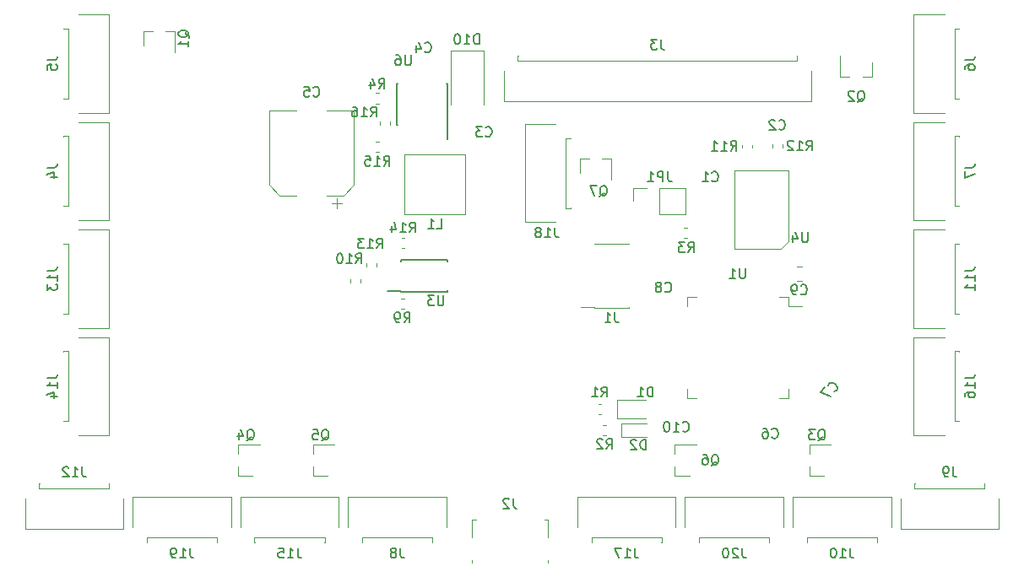
<source format=gbr>
G04 #@! TF.GenerationSoftware,KiCad,Pcbnew,(5.1.4)-1*
G04 #@! TF.CreationDate,2021-11-29T21:00:52-05:00*
G04 #@! TF.ProjectId,OpenTelemetry_Aux,4f70656e-5465-46c6-956d-657472795f41,rev?*
G04 #@! TF.SameCoordinates,Original*
G04 #@! TF.FileFunction,Legend,Bot*
G04 #@! TF.FilePolarity,Positive*
%FSLAX46Y46*%
G04 Gerber Fmt 4.6, Leading zero omitted, Abs format (unit mm)*
G04 Created by KiCad (PCBNEW (5.1.4)-1) date 2021-11-29 21:00:52*
%MOMM*%
%LPD*%
G04 APERTURE LIST*
%ADD10C,0.120000*%
%ADD11C,0.150000*%
G04 APERTURE END LIST*
D10*
X151310000Y-84300000D02*
X150310000Y-84300000D01*
X150810000Y-84800000D02*
X150810000Y-83800000D01*
X145104437Y-83560000D02*
X144040000Y-82495563D01*
X151495563Y-83560000D02*
X152560000Y-82495563D01*
X151495563Y-83560000D02*
X149810000Y-83560000D01*
X145104437Y-83560000D02*
X146790000Y-83560000D01*
X144040000Y-82495563D02*
X144040000Y-75040000D01*
X152560000Y-82495563D02*
X152560000Y-75040000D01*
X152560000Y-75040000D02*
X149810000Y-75040000D01*
X144040000Y-75040000D02*
X146790000Y-75040000D01*
X163730000Y-85440000D02*
X163730000Y-79440000D01*
X157630000Y-79440000D02*
X157630000Y-85440000D01*
X163730000Y-79440000D02*
X157630000Y-79440000D01*
X157630000Y-85440000D02*
X163730000Y-85440000D01*
X175220000Y-79840000D02*
X175220000Y-81300000D01*
X178380000Y-79840000D02*
X178380000Y-82000000D01*
X178380000Y-79840000D02*
X177450000Y-79840000D01*
X175220000Y-79840000D02*
X176150000Y-79840000D01*
X174280000Y-77785000D02*
X174280000Y-77805000D01*
X173780000Y-77785000D02*
X174280000Y-77785000D01*
X173780000Y-84815000D02*
X173780000Y-77785000D01*
X174280000Y-84815000D02*
X173780000Y-84815000D01*
X174280000Y-84795000D02*
X174280000Y-84815000D01*
X169690000Y-76365000D02*
X172765000Y-76365000D01*
X169690000Y-86235000D02*
X169690000Y-76365000D01*
X172765000Y-86235000D02*
X169690000Y-86235000D01*
X184740000Y-111680000D02*
X186200000Y-111680000D01*
X184740000Y-108520000D02*
X186900000Y-108520000D01*
X184740000Y-108520000D02*
X184740000Y-109450000D01*
X184740000Y-111680000D02*
X184740000Y-110750000D01*
X172010000Y-120400000D02*
X172010000Y-120140000D01*
X172010000Y-117860000D02*
X172010000Y-116090000D01*
X172010000Y-116090000D02*
X171630000Y-116090000D01*
X164390000Y-116090000D02*
X164390000Y-117860000D01*
X164390000Y-120140000D02*
X164390000Y-120400000D01*
X164390000Y-116090000D02*
X164770000Y-116090000D01*
X160415000Y-118380000D02*
X160395000Y-118380000D01*
X160415000Y-117880000D02*
X160415000Y-118380000D01*
X153385000Y-117880000D02*
X160415000Y-117880000D01*
X153385000Y-118380000D02*
X153385000Y-117880000D01*
X153405000Y-118380000D02*
X153385000Y-118380000D01*
X161835000Y-113790000D02*
X161835000Y-116865000D01*
X151965000Y-113790000D02*
X161835000Y-113790000D01*
X151965000Y-116865000D02*
X151965000Y-113790000D01*
X168985000Y-69520000D02*
X169005000Y-69520000D01*
X168985000Y-70020000D02*
X168985000Y-69520000D01*
X197015000Y-70020000D02*
X168985000Y-70020000D01*
X197015000Y-69520000D02*
X197015000Y-70020000D01*
X196995000Y-69520000D02*
X197015000Y-69520000D01*
X167565000Y-74110000D02*
X167565000Y-71035000D01*
X198435000Y-74110000D02*
X167565000Y-74110000D01*
X198435000Y-71035000D02*
X198435000Y-74110000D01*
X194215000Y-118380000D02*
X194195000Y-118380000D01*
X194215000Y-117880000D02*
X194215000Y-118380000D01*
X187185000Y-117880000D02*
X194215000Y-117880000D01*
X187185000Y-118380000D02*
X187185000Y-117880000D01*
X187205000Y-118380000D02*
X187185000Y-118380000D01*
X195635000Y-113790000D02*
X195635000Y-116865000D01*
X185765000Y-113790000D02*
X195635000Y-113790000D01*
X185765000Y-116865000D02*
X185765000Y-113790000D01*
X138815000Y-118380000D02*
X138795000Y-118380000D01*
X138815000Y-117880000D02*
X138815000Y-118380000D01*
X131785000Y-117880000D02*
X138815000Y-117880000D01*
X131785000Y-118380000D02*
X131785000Y-117880000D01*
X131805000Y-118380000D02*
X131785000Y-118380000D01*
X140235000Y-113790000D02*
X140235000Y-116865000D01*
X130365000Y-113790000D02*
X140235000Y-113790000D01*
X130365000Y-116865000D02*
X130365000Y-113790000D01*
X183415000Y-118380000D02*
X183395000Y-118380000D01*
X183415000Y-117880000D02*
X183415000Y-118380000D01*
X176385000Y-117880000D02*
X183415000Y-117880000D01*
X176385000Y-118380000D02*
X176385000Y-117880000D01*
X176405000Y-118380000D02*
X176385000Y-118380000D01*
X184835000Y-113790000D02*
X184835000Y-116865000D01*
X174965000Y-113790000D02*
X184835000Y-113790000D01*
X174965000Y-116865000D02*
X174965000Y-113790000D01*
X213280000Y-99185000D02*
X213280000Y-99205000D01*
X212780000Y-99185000D02*
X213280000Y-99185000D01*
X212780000Y-106215000D02*
X212780000Y-99185000D01*
X213280000Y-106215000D02*
X212780000Y-106215000D01*
X213280000Y-106195000D02*
X213280000Y-106215000D01*
X208690000Y-97765000D02*
X211765000Y-97765000D01*
X208690000Y-107635000D02*
X208690000Y-97765000D01*
X211765000Y-107635000D02*
X208690000Y-107635000D01*
X149615000Y-118380000D02*
X149595000Y-118380000D01*
X149615000Y-117880000D02*
X149615000Y-118380000D01*
X142585000Y-117880000D02*
X149615000Y-117880000D01*
X142585000Y-118380000D02*
X142585000Y-117880000D01*
X142605000Y-118380000D02*
X142585000Y-118380000D01*
X151035000Y-113790000D02*
X151035000Y-116865000D01*
X141165000Y-113790000D02*
X151035000Y-113790000D01*
X141165000Y-116865000D02*
X141165000Y-113790000D01*
X123420000Y-106215000D02*
X123420000Y-106195000D01*
X123920000Y-106215000D02*
X123420000Y-106215000D01*
X123920000Y-99185000D02*
X123920000Y-106215000D01*
X123420000Y-99185000D02*
X123920000Y-99185000D01*
X123420000Y-99205000D02*
X123420000Y-99185000D01*
X128010000Y-107635000D02*
X124935000Y-107635000D01*
X128010000Y-97765000D02*
X128010000Y-107635000D01*
X124935000Y-97765000D02*
X128010000Y-97765000D01*
X123420000Y-95415000D02*
X123420000Y-95395000D01*
X123920000Y-95415000D02*
X123420000Y-95415000D01*
X123920000Y-88385000D02*
X123920000Y-95415000D01*
X123420000Y-88385000D02*
X123920000Y-88385000D01*
X123420000Y-88405000D02*
X123420000Y-88385000D01*
X128010000Y-96835000D02*
X124935000Y-96835000D01*
X128010000Y-86965000D02*
X128010000Y-96835000D01*
X124935000Y-86965000D02*
X128010000Y-86965000D01*
X120985000Y-112420000D02*
X121005000Y-112420000D01*
X120985000Y-112920000D02*
X120985000Y-112420000D01*
X128015000Y-112920000D02*
X120985000Y-112920000D01*
X128015000Y-112420000D02*
X128015000Y-112920000D01*
X127995000Y-112420000D02*
X128015000Y-112420000D01*
X119565000Y-117010000D02*
X119565000Y-113935000D01*
X129435000Y-117010000D02*
X119565000Y-117010000D01*
X129435000Y-113935000D02*
X129435000Y-117010000D01*
X213280000Y-88385000D02*
X213280000Y-88405000D01*
X212780000Y-88385000D02*
X213280000Y-88385000D01*
X212780000Y-95415000D02*
X212780000Y-88385000D01*
X213280000Y-95415000D02*
X212780000Y-95415000D01*
X213280000Y-95395000D02*
X213280000Y-95415000D01*
X208690000Y-86965000D02*
X211765000Y-86965000D01*
X208690000Y-96835000D02*
X208690000Y-86965000D01*
X211765000Y-96835000D02*
X208690000Y-96835000D01*
X205015000Y-118380000D02*
X204995000Y-118380000D01*
X205015000Y-117880000D02*
X205015000Y-118380000D01*
X197985000Y-117880000D02*
X205015000Y-117880000D01*
X197985000Y-118380000D02*
X197985000Y-117880000D01*
X198005000Y-118380000D02*
X197985000Y-118380000D01*
X206435000Y-113790000D02*
X206435000Y-116865000D01*
X196565000Y-113790000D02*
X206435000Y-113790000D01*
X196565000Y-116865000D02*
X196565000Y-113790000D01*
X208785000Y-112420000D02*
X208805000Y-112420000D01*
X208785000Y-112920000D02*
X208785000Y-112420000D01*
X215815000Y-112920000D02*
X208785000Y-112920000D01*
X215815000Y-112420000D02*
X215815000Y-112920000D01*
X215795000Y-112420000D02*
X215815000Y-112420000D01*
X207365000Y-117010000D02*
X207365000Y-113935000D01*
X217235000Y-117010000D02*
X207365000Y-117010000D01*
X217235000Y-113935000D02*
X217235000Y-117010000D01*
X213280000Y-77585000D02*
X213280000Y-77605000D01*
X212780000Y-77585000D02*
X213280000Y-77585000D01*
X212780000Y-84615000D02*
X212780000Y-77585000D01*
X213280000Y-84615000D02*
X212780000Y-84615000D01*
X213280000Y-84595000D02*
X213280000Y-84615000D01*
X208690000Y-76165000D02*
X211765000Y-76165000D01*
X208690000Y-86035000D02*
X208690000Y-76165000D01*
X211765000Y-86035000D02*
X208690000Y-86035000D01*
X213280000Y-66785000D02*
X213280000Y-66805000D01*
X212780000Y-66785000D02*
X213280000Y-66785000D01*
X212780000Y-73815000D02*
X212780000Y-66785000D01*
X213280000Y-73815000D02*
X212780000Y-73815000D01*
X213280000Y-73795000D02*
X213280000Y-73815000D01*
X208690000Y-65365000D02*
X211765000Y-65365000D01*
X208690000Y-75235000D02*
X208690000Y-65365000D01*
X211765000Y-75235000D02*
X208690000Y-75235000D01*
X123420000Y-73815000D02*
X123420000Y-73795000D01*
X123920000Y-73815000D02*
X123420000Y-73815000D01*
X123920000Y-66785000D02*
X123920000Y-73815000D01*
X123420000Y-66785000D02*
X123920000Y-66785000D01*
X123420000Y-66805000D02*
X123420000Y-66785000D01*
X128010000Y-75235000D02*
X124935000Y-75235000D01*
X128010000Y-65365000D02*
X128010000Y-75235000D01*
X124935000Y-65365000D02*
X128010000Y-65365000D01*
X123420000Y-84615000D02*
X123420000Y-84595000D01*
X123920000Y-84615000D02*
X123420000Y-84615000D01*
X123920000Y-77585000D02*
X123920000Y-84615000D01*
X123420000Y-77585000D02*
X123920000Y-77585000D01*
X123420000Y-77605000D02*
X123420000Y-77585000D01*
X128010000Y-86035000D02*
X124935000Y-86035000D01*
X128010000Y-76165000D02*
X128010000Y-86035000D01*
X124935000Y-76165000D02*
X128010000Y-76165000D01*
X155040279Y-74300000D02*
X154714721Y-74300000D01*
X155040279Y-73280000D02*
X154714721Y-73280000D01*
X196956422Y-90690000D02*
X197473578Y-90690000D01*
X196956422Y-92110000D02*
X197473578Y-92110000D01*
X180570000Y-82770000D02*
X180570000Y-84100000D01*
X181900000Y-82770000D02*
X180570000Y-82770000D01*
X183170000Y-82770000D02*
X183170000Y-85430000D01*
X183170000Y-85430000D02*
X185770000Y-85430000D01*
X183170000Y-82770000D02*
X185770000Y-82770000D01*
X185770000Y-82770000D02*
X185770000Y-85430000D01*
X185975279Y-87810000D02*
X185649721Y-87810000D01*
X185975279Y-86790000D02*
X185649721Y-86790000D01*
X178952500Y-104090000D02*
X181837500Y-104090000D01*
X178952500Y-105910000D02*
X178952500Y-104090000D01*
X181837500Y-105910000D02*
X178952500Y-105910000D01*
X177549721Y-106590000D02*
X177875279Y-106590000D01*
X177549721Y-107610000D02*
X177875279Y-107610000D01*
X179415000Y-106415000D02*
X181900000Y-106415000D01*
X179415000Y-107785000D02*
X179415000Y-106415000D01*
X181900000Y-107785000D02*
X179415000Y-107785000D01*
X177049721Y-104490000D02*
X177375279Y-104490000D01*
X177049721Y-105510000D02*
X177375279Y-105510000D01*
X157249721Y-93890000D02*
X157575279Y-93890000D01*
X157249721Y-94910000D02*
X157575279Y-94910000D01*
X152190000Y-92250279D02*
X152190000Y-91924721D01*
X153210000Y-92250279D02*
X153210000Y-91924721D01*
D11*
X161925000Y-76475000D02*
X161925000Y-77875000D01*
X156825000Y-76475000D02*
X156825000Y-72325000D01*
X161975000Y-76475000D02*
X161975000Y-72325000D01*
X156825000Y-76475000D02*
X156970000Y-76475000D01*
X156825000Y-72325000D02*
X156970000Y-72325000D01*
X161975000Y-72325000D02*
X161830000Y-72325000D01*
X161975000Y-76475000D02*
X161925000Y-76475000D01*
D10*
X190730000Y-88900000D02*
X195340000Y-88900000D01*
X190730000Y-81000000D02*
X190730000Y-88900000D01*
X196140000Y-81000000D02*
X190730000Y-81000000D01*
X196140000Y-88100000D02*
X196140000Y-81000000D01*
X195340000Y-88900000D02*
X196140000Y-88100000D01*
D11*
X157275000Y-93125000D02*
X155925000Y-93125000D01*
X157275000Y-89975000D02*
X161925000Y-89975000D01*
X157275000Y-93225000D02*
X161925000Y-93225000D01*
X157275000Y-89975000D02*
X157275000Y-90175000D01*
X161925000Y-89975000D02*
X161925000Y-90175000D01*
X161925000Y-93225000D02*
X161925000Y-93025000D01*
X157275000Y-93225000D02*
X157275000Y-93125000D01*
D10*
X196160000Y-94640000D02*
X197500000Y-94640000D01*
X196160000Y-93690000D02*
X196160000Y-94640000D01*
X195210000Y-93690000D02*
X196160000Y-93690000D01*
X185940000Y-93690000D02*
X185940000Y-94640000D01*
X186890000Y-93690000D02*
X185940000Y-93690000D01*
X196160000Y-103910000D02*
X196160000Y-102960000D01*
X195210000Y-103910000D02*
X196160000Y-103910000D01*
X185940000Y-103910000D02*
X185940000Y-102960000D01*
X186890000Y-103910000D02*
X185940000Y-103910000D01*
X155180000Y-76452779D02*
X155180000Y-76127221D01*
X156200000Y-76452779D02*
X156200000Y-76127221D01*
X154739721Y-78180000D02*
X155065279Y-78180000D01*
X154739721Y-79200000D02*
X155065279Y-79200000D01*
X157324721Y-87790000D02*
X157650279Y-87790000D01*
X157324721Y-88810000D02*
X157650279Y-88810000D01*
X153790000Y-90675279D02*
X153790000Y-90349721D01*
X154810000Y-90675279D02*
X154810000Y-90349721D01*
X194490000Y-78750279D02*
X194490000Y-78424721D01*
X195510000Y-78750279D02*
X195510000Y-78424721D01*
X191490000Y-78775279D02*
X191490000Y-78449721D01*
X192510000Y-78775279D02*
X192510000Y-78449721D01*
X148440000Y-111680000D02*
X149900000Y-111680000D01*
X148440000Y-108520000D02*
X150600000Y-108520000D01*
X148440000Y-108520000D02*
X148440000Y-109450000D01*
X148440000Y-111680000D02*
X148440000Y-110750000D01*
X140940000Y-111680000D02*
X142400000Y-111680000D01*
X140940000Y-108520000D02*
X143100000Y-108520000D01*
X140940000Y-108520000D02*
X140940000Y-109450000D01*
X140940000Y-111680000D02*
X140940000Y-110750000D01*
X198240000Y-111680000D02*
X199700000Y-111680000D01*
X198240000Y-108520000D02*
X200400000Y-108520000D01*
X198240000Y-108520000D02*
X198240000Y-109450000D01*
X198240000Y-111680000D02*
X198240000Y-110750000D01*
X204480000Y-71660000D02*
X204480000Y-70200000D01*
X201320000Y-71660000D02*
X201320000Y-69500000D01*
X201320000Y-71660000D02*
X202250000Y-71660000D01*
X204480000Y-71660000D02*
X203550000Y-71660000D01*
X131420000Y-67040000D02*
X131420000Y-68500000D01*
X134580000Y-67040000D02*
X134580000Y-69200000D01*
X134580000Y-67040000D02*
X133650000Y-67040000D01*
X131420000Y-67040000D02*
X132350000Y-67040000D01*
X180165000Y-88430000D02*
X180165000Y-88365000D01*
X176635000Y-88430000D02*
X176635000Y-88365000D01*
X180165000Y-94835000D02*
X180165000Y-94770000D01*
X176635000Y-94835000D02*
X176635000Y-94770000D01*
X175310000Y-94770000D02*
X176635000Y-94770000D01*
X176635000Y-88365000D02*
X180165000Y-88365000D01*
X176635000Y-94835000D02*
X180165000Y-94835000D01*
X162250000Y-69000000D02*
X162250000Y-74400000D01*
X165550000Y-69000000D02*
X165550000Y-74400000D01*
X162250000Y-69000000D02*
X165550000Y-69000000D01*
D11*
X148486666Y-73527142D02*
X148534285Y-73574761D01*
X148677142Y-73622380D01*
X148772380Y-73622380D01*
X148915238Y-73574761D01*
X149010476Y-73479523D01*
X149058095Y-73384285D01*
X149105714Y-73193809D01*
X149105714Y-73050952D01*
X149058095Y-72860476D01*
X149010476Y-72765238D01*
X148915238Y-72670000D01*
X148772380Y-72622380D01*
X148677142Y-72622380D01*
X148534285Y-72670000D01*
X148486666Y-72717619D01*
X147581904Y-72622380D02*
X148058095Y-72622380D01*
X148105714Y-73098571D01*
X148058095Y-73050952D01*
X147962857Y-73003333D01*
X147724761Y-73003333D01*
X147629523Y-73050952D01*
X147581904Y-73098571D01*
X147534285Y-73193809D01*
X147534285Y-73431904D01*
X147581904Y-73527142D01*
X147629523Y-73574761D01*
X147724761Y-73622380D01*
X147962857Y-73622380D01*
X148058095Y-73574761D01*
X148105714Y-73527142D01*
X160866666Y-86842380D02*
X161342857Y-86842380D01*
X161342857Y-85842380D01*
X160009523Y-86842380D02*
X160580952Y-86842380D01*
X160295238Y-86842380D02*
X160295238Y-85842380D01*
X160390476Y-85985238D01*
X160485714Y-86080476D01*
X160580952Y-86128095D01*
X177195238Y-83647619D02*
X177290476Y-83600000D01*
X177385714Y-83504761D01*
X177528571Y-83361904D01*
X177623809Y-83314285D01*
X177719047Y-83314285D01*
X177671428Y-83552380D02*
X177766666Y-83504761D01*
X177861904Y-83409523D01*
X177909523Y-83219047D01*
X177909523Y-82885714D01*
X177861904Y-82695238D01*
X177766666Y-82600000D01*
X177671428Y-82552380D01*
X177480952Y-82552380D01*
X177385714Y-82600000D01*
X177290476Y-82695238D01*
X177242857Y-82885714D01*
X177242857Y-83219047D01*
X177290476Y-83409523D01*
X177385714Y-83504761D01*
X177480952Y-83552380D01*
X177671428Y-83552380D01*
X176909523Y-82552380D02*
X176242857Y-82552380D01*
X176671428Y-83552380D01*
X172709523Y-86752380D02*
X172709523Y-87466666D01*
X172757142Y-87609523D01*
X172852380Y-87704761D01*
X172995238Y-87752380D01*
X173090476Y-87752380D01*
X171709523Y-87752380D02*
X172280952Y-87752380D01*
X171995238Y-87752380D02*
X171995238Y-86752380D01*
X172090476Y-86895238D01*
X172185714Y-86990476D01*
X172280952Y-87038095D01*
X171138095Y-87180952D02*
X171233333Y-87133333D01*
X171280952Y-87085714D01*
X171328571Y-86990476D01*
X171328571Y-86942857D01*
X171280952Y-86847619D01*
X171233333Y-86800000D01*
X171138095Y-86752380D01*
X170947619Y-86752380D01*
X170852380Y-86800000D01*
X170804761Y-86847619D01*
X170757142Y-86942857D01*
X170757142Y-86990476D01*
X170804761Y-87085714D01*
X170852380Y-87133333D01*
X170947619Y-87180952D01*
X171138095Y-87180952D01*
X171233333Y-87228571D01*
X171280952Y-87276190D01*
X171328571Y-87371428D01*
X171328571Y-87561904D01*
X171280952Y-87657142D01*
X171233333Y-87704761D01*
X171138095Y-87752380D01*
X170947619Y-87752380D01*
X170852380Y-87704761D01*
X170804761Y-87657142D01*
X170757142Y-87561904D01*
X170757142Y-87371428D01*
X170804761Y-87276190D01*
X170852380Y-87228571D01*
X170947619Y-87180952D01*
X188395238Y-110647619D02*
X188490476Y-110600000D01*
X188585714Y-110504761D01*
X188728571Y-110361904D01*
X188823809Y-110314285D01*
X188919047Y-110314285D01*
X188871428Y-110552380D02*
X188966666Y-110504761D01*
X189061904Y-110409523D01*
X189109523Y-110219047D01*
X189109523Y-109885714D01*
X189061904Y-109695238D01*
X188966666Y-109600000D01*
X188871428Y-109552380D01*
X188680952Y-109552380D01*
X188585714Y-109600000D01*
X188490476Y-109695238D01*
X188442857Y-109885714D01*
X188442857Y-110219047D01*
X188490476Y-110409523D01*
X188585714Y-110504761D01*
X188680952Y-110552380D01*
X188871428Y-110552380D01*
X187585714Y-109552380D02*
X187776190Y-109552380D01*
X187871428Y-109600000D01*
X187919047Y-109647619D01*
X188014285Y-109790476D01*
X188061904Y-109980952D01*
X188061904Y-110361904D01*
X188014285Y-110457142D01*
X187966666Y-110504761D01*
X187871428Y-110552380D01*
X187680952Y-110552380D01*
X187585714Y-110504761D01*
X187538095Y-110457142D01*
X187490476Y-110361904D01*
X187490476Y-110123809D01*
X187538095Y-110028571D01*
X187585714Y-109980952D01*
X187680952Y-109933333D01*
X187871428Y-109933333D01*
X187966666Y-109980952D01*
X188014285Y-110028571D01*
X188061904Y-110123809D01*
X168533333Y-113952380D02*
X168533333Y-114666666D01*
X168580952Y-114809523D01*
X168676190Y-114904761D01*
X168819047Y-114952380D01*
X168914285Y-114952380D01*
X168104761Y-114047619D02*
X168057142Y-114000000D01*
X167961904Y-113952380D01*
X167723809Y-113952380D01*
X167628571Y-114000000D01*
X167580952Y-114047619D01*
X167533333Y-114142857D01*
X167533333Y-114238095D01*
X167580952Y-114380952D01*
X168152380Y-114952380D01*
X167533333Y-114952380D01*
X157233333Y-118922380D02*
X157233333Y-119636666D01*
X157280952Y-119779523D01*
X157376190Y-119874761D01*
X157519047Y-119922380D01*
X157614285Y-119922380D01*
X156614285Y-119350952D02*
X156709523Y-119303333D01*
X156757142Y-119255714D01*
X156804761Y-119160476D01*
X156804761Y-119112857D01*
X156757142Y-119017619D01*
X156709523Y-118970000D01*
X156614285Y-118922380D01*
X156423809Y-118922380D01*
X156328571Y-118970000D01*
X156280952Y-119017619D01*
X156233333Y-119112857D01*
X156233333Y-119160476D01*
X156280952Y-119255714D01*
X156328571Y-119303333D01*
X156423809Y-119350952D01*
X156614285Y-119350952D01*
X156709523Y-119398571D01*
X156757142Y-119446190D01*
X156804761Y-119541428D01*
X156804761Y-119731904D01*
X156757142Y-119827142D01*
X156709523Y-119874761D01*
X156614285Y-119922380D01*
X156423809Y-119922380D01*
X156328571Y-119874761D01*
X156280952Y-119827142D01*
X156233333Y-119731904D01*
X156233333Y-119541428D01*
X156280952Y-119446190D01*
X156328571Y-119398571D01*
X156423809Y-119350952D01*
X183333333Y-67882380D02*
X183333333Y-68596666D01*
X183380952Y-68739523D01*
X183476190Y-68834761D01*
X183619047Y-68882380D01*
X183714285Y-68882380D01*
X182952380Y-67882380D02*
X182333333Y-67882380D01*
X182666666Y-68263333D01*
X182523809Y-68263333D01*
X182428571Y-68310952D01*
X182380952Y-68358571D01*
X182333333Y-68453809D01*
X182333333Y-68691904D01*
X182380952Y-68787142D01*
X182428571Y-68834761D01*
X182523809Y-68882380D01*
X182809523Y-68882380D01*
X182904761Y-68834761D01*
X182952380Y-68787142D01*
X191509523Y-118922380D02*
X191509523Y-119636666D01*
X191557142Y-119779523D01*
X191652380Y-119874761D01*
X191795238Y-119922380D01*
X191890476Y-119922380D01*
X191080952Y-119017619D02*
X191033333Y-118970000D01*
X190938095Y-118922380D01*
X190700000Y-118922380D01*
X190604761Y-118970000D01*
X190557142Y-119017619D01*
X190509523Y-119112857D01*
X190509523Y-119208095D01*
X190557142Y-119350952D01*
X191128571Y-119922380D01*
X190509523Y-119922380D01*
X189890476Y-118922380D02*
X189795238Y-118922380D01*
X189700000Y-118970000D01*
X189652380Y-119017619D01*
X189604761Y-119112857D01*
X189557142Y-119303333D01*
X189557142Y-119541428D01*
X189604761Y-119731904D01*
X189652380Y-119827142D01*
X189700000Y-119874761D01*
X189795238Y-119922380D01*
X189890476Y-119922380D01*
X189985714Y-119874761D01*
X190033333Y-119827142D01*
X190080952Y-119731904D01*
X190128571Y-119541428D01*
X190128571Y-119303333D01*
X190080952Y-119112857D01*
X190033333Y-119017619D01*
X189985714Y-118970000D01*
X189890476Y-118922380D01*
X136109523Y-118922380D02*
X136109523Y-119636666D01*
X136157142Y-119779523D01*
X136252380Y-119874761D01*
X136395238Y-119922380D01*
X136490476Y-119922380D01*
X135109523Y-119922380D02*
X135680952Y-119922380D01*
X135395238Y-119922380D02*
X135395238Y-118922380D01*
X135490476Y-119065238D01*
X135585714Y-119160476D01*
X135680952Y-119208095D01*
X134633333Y-119922380D02*
X134442857Y-119922380D01*
X134347619Y-119874761D01*
X134300000Y-119827142D01*
X134204761Y-119684285D01*
X134157142Y-119493809D01*
X134157142Y-119112857D01*
X134204761Y-119017619D01*
X134252380Y-118970000D01*
X134347619Y-118922380D01*
X134538095Y-118922380D01*
X134633333Y-118970000D01*
X134680952Y-119017619D01*
X134728571Y-119112857D01*
X134728571Y-119350952D01*
X134680952Y-119446190D01*
X134633333Y-119493809D01*
X134538095Y-119541428D01*
X134347619Y-119541428D01*
X134252380Y-119493809D01*
X134204761Y-119446190D01*
X134157142Y-119350952D01*
X180709523Y-118922380D02*
X180709523Y-119636666D01*
X180757142Y-119779523D01*
X180852380Y-119874761D01*
X180995238Y-119922380D01*
X181090476Y-119922380D01*
X179709523Y-119922380D02*
X180280952Y-119922380D01*
X179995238Y-119922380D02*
X179995238Y-118922380D01*
X180090476Y-119065238D01*
X180185714Y-119160476D01*
X180280952Y-119208095D01*
X179376190Y-118922380D02*
X178709523Y-118922380D01*
X179138095Y-119922380D01*
X213822380Y-101890476D02*
X214536666Y-101890476D01*
X214679523Y-101842857D01*
X214774761Y-101747619D01*
X214822380Y-101604761D01*
X214822380Y-101509523D01*
X214822380Y-102890476D02*
X214822380Y-102319047D01*
X214822380Y-102604761D02*
X213822380Y-102604761D01*
X213965238Y-102509523D01*
X214060476Y-102414285D01*
X214108095Y-102319047D01*
X213822380Y-103747619D02*
X213822380Y-103557142D01*
X213870000Y-103461904D01*
X213917619Y-103414285D01*
X214060476Y-103319047D01*
X214250952Y-103271428D01*
X214631904Y-103271428D01*
X214727142Y-103319047D01*
X214774761Y-103366666D01*
X214822380Y-103461904D01*
X214822380Y-103652380D01*
X214774761Y-103747619D01*
X214727142Y-103795238D01*
X214631904Y-103842857D01*
X214393809Y-103842857D01*
X214298571Y-103795238D01*
X214250952Y-103747619D01*
X214203333Y-103652380D01*
X214203333Y-103461904D01*
X214250952Y-103366666D01*
X214298571Y-103319047D01*
X214393809Y-103271428D01*
X146909523Y-118922380D02*
X146909523Y-119636666D01*
X146957142Y-119779523D01*
X147052380Y-119874761D01*
X147195238Y-119922380D01*
X147290476Y-119922380D01*
X145909523Y-119922380D02*
X146480952Y-119922380D01*
X146195238Y-119922380D02*
X146195238Y-118922380D01*
X146290476Y-119065238D01*
X146385714Y-119160476D01*
X146480952Y-119208095D01*
X145004761Y-118922380D02*
X145480952Y-118922380D01*
X145528571Y-119398571D01*
X145480952Y-119350952D01*
X145385714Y-119303333D01*
X145147619Y-119303333D01*
X145052380Y-119350952D01*
X145004761Y-119398571D01*
X144957142Y-119493809D01*
X144957142Y-119731904D01*
X145004761Y-119827142D01*
X145052380Y-119874761D01*
X145147619Y-119922380D01*
X145385714Y-119922380D01*
X145480952Y-119874761D01*
X145528571Y-119827142D01*
X121782380Y-101890476D02*
X122496666Y-101890476D01*
X122639523Y-101842857D01*
X122734761Y-101747619D01*
X122782380Y-101604761D01*
X122782380Y-101509523D01*
X122782380Y-102890476D02*
X122782380Y-102319047D01*
X122782380Y-102604761D02*
X121782380Y-102604761D01*
X121925238Y-102509523D01*
X122020476Y-102414285D01*
X122068095Y-102319047D01*
X122115714Y-103747619D02*
X122782380Y-103747619D01*
X121734761Y-103509523D02*
X122449047Y-103271428D01*
X122449047Y-103890476D01*
X121782380Y-91090476D02*
X122496666Y-91090476D01*
X122639523Y-91042857D01*
X122734761Y-90947619D01*
X122782380Y-90804761D01*
X122782380Y-90709523D01*
X122782380Y-92090476D02*
X122782380Y-91519047D01*
X122782380Y-91804761D02*
X121782380Y-91804761D01*
X121925238Y-91709523D01*
X122020476Y-91614285D01*
X122068095Y-91519047D01*
X121782380Y-92423809D02*
X121782380Y-93042857D01*
X122163333Y-92709523D01*
X122163333Y-92852380D01*
X122210952Y-92947619D01*
X122258571Y-92995238D01*
X122353809Y-93042857D01*
X122591904Y-93042857D01*
X122687142Y-92995238D01*
X122734761Y-92947619D01*
X122782380Y-92852380D01*
X122782380Y-92566666D01*
X122734761Y-92471428D01*
X122687142Y-92423809D01*
X125309523Y-110782380D02*
X125309523Y-111496666D01*
X125357142Y-111639523D01*
X125452380Y-111734761D01*
X125595238Y-111782380D01*
X125690476Y-111782380D01*
X124309523Y-111782380D02*
X124880952Y-111782380D01*
X124595238Y-111782380D02*
X124595238Y-110782380D01*
X124690476Y-110925238D01*
X124785714Y-111020476D01*
X124880952Y-111068095D01*
X123928571Y-110877619D02*
X123880952Y-110830000D01*
X123785714Y-110782380D01*
X123547619Y-110782380D01*
X123452380Y-110830000D01*
X123404761Y-110877619D01*
X123357142Y-110972857D01*
X123357142Y-111068095D01*
X123404761Y-111210952D01*
X123976190Y-111782380D01*
X123357142Y-111782380D01*
X213822380Y-91090476D02*
X214536666Y-91090476D01*
X214679523Y-91042857D01*
X214774761Y-90947619D01*
X214822380Y-90804761D01*
X214822380Y-90709523D01*
X214822380Y-92090476D02*
X214822380Y-91519047D01*
X214822380Y-91804761D02*
X213822380Y-91804761D01*
X213965238Y-91709523D01*
X214060476Y-91614285D01*
X214108095Y-91519047D01*
X214822380Y-93042857D02*
X214822380Y-92471428D01*
X214822380Y-92757142D02*
X213822380Y-92757142D01*
X213965238Y-92661904D01*
X214060476Y-92566666D01*
X214108095Y-92471428D01*
X202309523Y-118922380D02*
X202309523Y-119636666D01*
X202357142Y-119779523D01*
X202452380Y-119874761D01*
X202595238Y-119922380D01*
X202690476Y-119922380D01*
X201309523Y-119922380D02*
X201880952Y-119922380D01*
X201595238Y-119922380D02*
X201595238Y-118922380D01*
X201690476Y-119065238D01*
X201785714Y-119160476D01*
X201880952Y-119208095D01*
X200690476Y-118922380D02*
X200595238Y-118922380D01*
X200500000Y-118970000D01*
X200452380Y-119017619D01*
X200404761Y-119112857D01*
X200357142Y-119303333D01*
X200357142Y-119541428D01*
X200404761Y-119731904D01*
X200452380Y-119827142D01*
X200500000Y-119874761D01*
X200595238Y-119922380D01*
X200690476Y-119922380D01*
X200785714Y-119874761D01*
X200833333Y-119827142D01*
X200880952Y-119731904D01*
X200928571Y-119541428D01*
X200928571Y-119303333D01*
X200880952Y-119112857D01*
X200833333Y-119017619D01*
X200785714Y-118970000D01*
X200690476Y-118922380D01*
X212633333Y-110782380D02*
X212633333Y-111496666D01*
X212680952Y-111639523D01*
X212776190Y-111734761D01*
X212919047Y-111782380D01*
X213014285Y-111782380D01*
X212109523Y-111782380D02*
X211919047Y-111782380D01*
X211823809Y-111734761D01*
X211776190Y-111687142D01*
X211680952Y-111544285D01*
X211633333Y-111353809D01*
X211633333Y-110972857D01*
X211680952Y-110877619D01*
X211728571Y-110830000D01*
X211823809Y-110782380D01*
X212014285Y-110782380D01*
X212109523Y-110830000D01*
X212157142Y-110877619D01*
X212204761Y-110972857D01*
X212204761Y-111210952D01*
X212157142Y-111306190D01*
X212109523Y-111353809D01*
X212014285Y-111401428D01*
X211823809Y-111401428D01*
X211728571Y-111353809D01*
X211680952Y-111306190D01*
X211633333Y-111210952D01*
X213822380Y-80766666D02*
X214536666Y-80766666D01*
X214679523Y-80719047D01*
X214774761Y-80623809D01*
X214822380Y-80480952D01*
X214822380Y-80385714D01*
X213822380Y-81147619D02*
X213822380Y-81814285D01*
X214822380Y-81385714D01*
X213822380Y-69966666D02*
X214536666Y-69966666D01*
X214679523Y-69919047D01*
X214774761Y-69823809D01*
X214822380Y-69680952D01*
X214822380Y-69585714D01*
X213822380Y-70871428D02*
X213822380Y-70680952D01*
X213870000Y-70585714D01*
X213917619Y-70538095D01*
X214060476Y-70442857D01*
X214250952Y-70395238D01*
X214631904Y-70395238D01*
X214727142Y-70442857D01*
X214774761Y-70490476D01*
X214822380Y-70585714D01*
X214822380Y-70776190D01*
X214774761Y-70871428D01*
X214727142Y-70919047D01*
X214631904Y-70966666D01*
X214393809Y-70966666D01*
X214298571Y-70919047D01*
X214250952Y-70871428D01*
X214203333Y-70776190D01*
X214203333Y-70585714D01*
X214250952Y-70490476D01*
X214298571Y-70442857D01*
X214393809Y-70395238D01*
X121782380Y-69966666D02*
X122496666Y-69966666D01*
X122639523Y-69919047D01*
X122734761Y-69823809D01*
X122782380Y-69680952D01*
X122782380Y-69585714D01*
X121782380Y-70919047D02*
X121782380Y-70442857D01*
X122258571Y-70395238D01*
X122210952Y-70442857D01*
X122163333Y-70538095D01*
X122163333Y-70776190D01*
X122210952Y-70871428D01*
X122258571Y-70919047D01*
X122353809Y-70966666D01*
X122591904Y-70966666D01*
X122687142Y-70919047D01*
X122734761Y-70871428D01*
X122782380Y-70776190D01*
X122782380Y-70538095D01*
X122734761Y-70442857D01*
X122687142Y-70395238D01*
X121782380Y-80766666D02*
X122496666Y-80766666D01*
X122639523Y-80719047D01*
X122734761Y-80623809D01*
X122782380Y-80480952D01*
X122782380Y-80385714D01*
X122115714Y-81671428D02*
X122782380Y-81671428D01*
X121734761Y-81433333D02*
X122449047Y-81195238D01*
X122449047Y-81814285D01*
X155044166Y-72812380D02*
X155377500Y-72336190D01*
X155615595Y-72812380D02*
X155615595Y-71812380D01*
X155234642Y-71812380D01*
X155139404Y-71860000D01*
X155091785Y-71907619D01*
X155044166Y-72002857D01*
X155044166Y-72145714D01*
X155091785Y-72240952D01*
X155139404Y-72288571D01*
X155234642Y-72336190D01*
X155615595Y-72336190D01*
X154187023Y-72145714D02*
X154187023Y-72812380D01*
X154425119Y-71764761D02*
X154663214Y-72479047D01*
X154044166Y-72479047D01*
X185542857Y-107157142D02*
X185590476Y-107204761D01*
X185733333Y-107252380D01*
X185828571Y-107252380D01*
X185971428Y-107204761D01*
X186066666Y-107109523D01*
X186114285Y-107014285D01*
X186161904Y-106823809D01*
X186161904Y-106680952D01*
X186114285Y-106490476D01*
X186066666Y-106395238D01*
X185971428Y-106300000D01*
X185828571Y-106252380D01*
X185733333Y-106252380D01*
X185590476Y-106300000D01*
X185542857Y-106347619D01*
X184590476Y-107252380D02*
X185161904Y-107252380D01*
X184876190Y-107252380D02*
X184876190Y-106252380D01*
X184971428Y-106395238D01*
X185066666Y-106490476D01*
X185161904Y-106538095D01*
X183971428Y-106252380D02*
X183876190Y-106252380D01*
X183780952Y-106300000D01*
X183733333Y-106347619D01*
X183685714Y-106442857D01*
X183638095Y-106633333D01*
X183638095Y-106871428D01*
X183685714Y-107061904D01*
X183733333Y-107157142D01*
X183780952Y-107204761D01*
X183876190Y-107252380D01*
X183971428Y-107252380D01*
X184066666Y-107204761D01*
X184114285Y-107157142D01*
X184161904Y-107061904D01*
X184209523Y-106871428D01*
X184209523Y-106633333D01*
X184161904Y-106442857D01*
X184114285Y-106347619D01*
X184066666Y-106300000D01*
X183971428Y-106252380D01*
X197381666Y-93407142D02*
X197429285Y-93454761D01*
X197572142Y-93502380D01*
X197667380Y-93502380D01*
X197810238Y-93454761D01*
X197905476Y-93359523D01*
X197953095Y-93264285D01*
X198000714Y-93073809D01*
X198000714Y-92930952D01*
X197953095Y-92740476D01*
X197905476Y-92645238D01*
X197810238Y-92550000D01*
X197667380Y-92502380D01*
X197572142Y-92502380D01*
X197429285Y-92550000D01*
X197381666Y-92597619D01*
X196905476Y-93502380D02*
X196715000Y-93502380D01*
X196619761Y-93454761D01*
X196572142Y-93407142D01*
X196476904Y-93264285D01*
X196429285Y-93073809D01*
X196429285Y-92692857D01*
X196476904Y-92597619D01*
X196524523Y-92550000D01*
X196619761Y-92502380D01*
X196810238Y-92502380D01*
X196905476Y-92550000D01*
X196953095Y-92597619D01*
X197000714Y-92692857D01*
X197000714Y-92930952D01*
X196953095Y-93026190D01*
X196905476Y-93073809D01*
X196810238Y-93121428D01*
X196619761Y-93121428D01*
X196524523Y-93073809D01*
X196476904Y-93026190D01*
X196429285Y-92930952D01*
X184033333Y-81152380D02*
X184033333Y-81866666D01*
X184080952Y-82009523D01*
X184176190Y-82104761D01*
X184319047Y-82152380D01*
X184414285Y-82152380D01*
X183557142Y-82152380D02*
X183557142Y-81152380D01*
X183176190Y-81152380D01*
X183080952Y-81200000D01*
X183033333Y-81247619D01*
X182985714Y-81342857D01*
X182985714Y-81485714D01*
X183033333Y-81580952D01*
X183080952Y-81628571D01*
X183176190Y-81676190D01*
X183557142Y-81676190D01*
X182033333Y-82152380D02*
X182604761Y-82152380D01*
X182319047Y-82152380D02*
X182319047Y-81152380D01*
X182414285Y-81295238D01*
X182509523Y-81390476D01*
X182604761Y-81438095D01*
X186066666Y-89252380D02*
X186400000Y-88776190D01*
X186638095Y-89252380D02*
X186638095Y-88252380D01*
X186257142Y-88252380D01*
X186161904Y-88300000D01*
X186114285Y-88347619D01*
X186066666Y-88442857D01*
X186066666Y-88585714D01*
X186114285Y-88680952D01*
X186161904Y-88728571D01*
X186257142Y-88776190D01*
X186638095Y-88776190D01*
X185733333Y-88252380D02*
X185114285Y-88252380D01*
X185447619Y-88633333D01*
X185304761Y-88633333D01*
X185209523Y-88680952D01*
X185161904Y-88728571D01*
X185114285Y-88823809D01*
X185114285Y-89061904D01*
X185161904Y-89157142D01*
X185209523Y-89204761D01*
X185304761Y-89252380D01*
X185590476Y-89252380D01*
X185685714Y-89204761D01*
X185733333Y-89157142D01*
X194481666Y-107827142D02*
X194529285Y-107874761D01*
X194672142Y-107922380D01*
X194767380Y-107922380D01*
X194910238Y-107874761D01*
X195005476Y-107779523D01*
X195053095Y-107684285D01*
X195100714Y-107493809D01*
X195100714Y-107350952D01*
X195053095Y-107160476D01*
X195005476Y-107065238D01*
X194910238Y-106970000D01*
X194767380Y-106922380D01*
X194672142Y-106922380D01*
X194529285Y-106970000D01*
X194481666Y-107017619D01*
X193624523Y-106922380D02*
X193815000Y-106922380D01*
X193910238Y-106970000D01*
X193957857Y-107017619D01*
X194053095Y-107160476D01*
X194100714Y-107350952D01*
X194100714Y-107731904D01*
X194053095Y-107827142D01*
X194005476Y-107874761D01*
X193910238Y-107922380D01*
X193719761Y-107922380D01*
X193624523Y-107874761D01*
X193576904Y-107827142D01*
X193529285Y-107731904D01*
X193529285Y-107493809D01*
X193576904Y-107398571D01*
X193624523Y-107350952D01*
X193719761Y-107303333D01*
X193910238Y-107303333D01*
X194005476Y-107350952D01*
X194053095Y-107398571D01*
X194100714Y-107493809D01*
X200670389Y-103234687D02*
X200737732Y-103234687D01*
X200872419Y-103167343D01*
X200939763Y-103100000D01*
X201007106Y-102965312D01*
X201007106Y-102830625D01*
X200973435Y-102729610D01*
X200872419Y-102561251D01*
X200771404Y-102460236D01*
X200603045Y-102359221D01*
X200502030Y-102325549D01*
X200367343Y-102325549D01*
X200232656Y-102392893D01*
X200165312Y-102460236D01*
X200097969Y-102594923D01*
X200097969Y-102662267D01*
X199794923Y-102830625D02*
X199323519Y-103302030D01*
X200333671Y-103706091D01*
X183766666Y-93157142D02*
X183814285Y-93204761D01*
X183957142Y-93252380D01*
X184052380Y-93252380D01*
X184195238Y-93204761D01*
X184290476Y-93109523D01*
X184338095Y-93014285D01*
X184385714Y-92823809D01*
X184385714Y-92680952D01*
X184338095Y-92490476D01*
X184290476Y-92395238D01*
X184195238Y-92300000D01*
X184052380Y-92252380D01*
X183957142Y-92252380D01*
X183814285Y-92300000D01*
X183766666Y-92347619D01*
X183195238Y-92680952D02*
X183290476Y-92633333D01*
X183338095Y-92585714D01*
X183385714Y-92490476D01*
X183385714Y-92442857D01*
X183338095Y-92347619D01*
X183290476Y-92300000D01*
X183195238Y-92252380D01*
X183004761Y-92252380D01*
X182909523Y-92300000D01*
X182861904Y-92347619D01*
X182814285Y-92442857D01*
X182814285Y-92490476D01*
X182861904Y-92585714D01*
X182909523Y-92633333D01*
X183004761Y-92680952D01*
X183195238Y-92680952D01*
X183290476Y-92728571D01*
X183338095Y-92776190D01*
X183385714Y-92871428D01*
X183385714Y-93061904D01*
X183338095Y-93157142D01*
X183290476Y-93204761D01*
X183195238Y-93252380D01*
X183004761Y-93252380D01*
X182909523Y-93204761D01*
X182861904Y-93157142D01*
X182814285Y-93061904D01*
X182814285Y-92871428D01*
X182861904Y-92776190D01*
X182909523Y-92728571D01*
X183004761Y-92680952D01*
X182538095Y-103752380D02*
X182538095Y-102752380D01*
X182300000Y-102752380D01*
X182157142Y-102800000D01*
X182061904Y-102895238D01*
X182014285Y-102990476D01*
X181966666Y-103180952D01*
X181966666Y-103323809D01*
X182014285Y-103514285D01*
X182061904Y-103609523D01*
X182157142Y-103704761D01*
X182300000Y-103752380D01*
X182538095Y-103752380D01*
X181014285Y-103752380D02*
X181585714Y-103752380D01*
X181300000Y-103752380D02*
X181300000Y-102752380D01*
X181395238Y-102895238D01*
X181490476Y-102990476D01*
X181585714Y-103038095D01*
X177879166Y-108982380D02*
X178212500Y-108506190D01*
X178450595Y-108982380D02*
X178450595Y-107982380D01*
X178069642Y-107982380D01*
X177974404Y-108030000D01*
X177926785Y-108077619D01*
X177879166Y-108172857D01*
X177879166Y-108315714D01*
X177926785Y-108410952D01*
X177974404Y-108458571D01*
X178069642Y-108506190D01*
X178450595Y-108506190D01*
X177498214Y-108077619D02*
X177450595Y-108030000D01*
X177355357Y-107982380D01*
X177117261Y-107982380D01*
X177022023Y-108030000D01*
X176974404Y-108077619D01*
X176926785Y-108172857D01*
X176926785Y-108268095D01*
X176974404Y-108410952D01*
X177545833Y-108982380D01*
X176926785Y-108982380D01*
X181838095Y-109052380D02*
X181838095Y-108052380D01*
X181600000Y-108052380D01*
X181457142Y-108100000D01*
X181361904Y-108195238D01*
X181314285Y-108290476D01*
X181266666Y-108480952D01*
X181266666Y-108623809D01*
X181314285Y-108814285D01*
X181361904Y-108909523D01*
X181457142Y-109004761D01*
X181600000Y-109052380D01*
X181838095Y-109052380D01*
X180885714Y-108147619D02*
X180838095Y-108100000D01*
X180742857Y-108052380D01*
X180504761Y-108052380D01*
X180409523Y-108100000D01*
X180361904Y-108147619D01*
X180314285Y-108242857D01*
X180314285Y-108338095D01*
X180361904Y-108480952D01*
X180933333Y-109052380D01*
X180314285Y-109052380D01*
X177379166Y-103752380D02*
X177712500Y-103276190D01*
X177950595Y-103752380D02*
X177950595Y-102752380D01*
X177569642Y-102752380D01*
X177474404Y-102800000D01*
X177426785Y-102847619D01*
X177379166Y-102942857D01*
X177379166Y-103085714D01*
X177426785Y-103180952D01*
X177474404Y-103228571D01*
X177569642Y-103276190D01*
X177950595Y-103276190D01*
X176426785Y-103752380D02*
X176998214Y-103752380D01*
X176712500Y-103752380D02*
X176712500Y-102752380D01*
X176807738Y-102895238D01*
X176902976Y-102990476D01*
X176998214Y-103038095D01*
X157579166Y-96282380D02*
X157912500Y-95806190D01*
X158150595Y-96282380D02*
X158150595Y-95282380D01*
X157769642Y-95282380D01*
X157674404Y-95330000D01*
X157626785Y-95377619D01*
X157579166Y-95472857D01*
X157579166Y-95615714D01*
X157626785Y-95710952D01*
X157674404Y-95758571D01*
X157769642Y-95806190D01*
X158150595Y-95806190D01*
X157102976Y-96282380D02*
X156912500Y-96282380D01*
X156817261Y-96234761D01*
X156769642Y-96187142D01*
X156674404Y-96044285D01*
X156626785Y-95853809D01*
X156626785Y-95472857D01*
X156674404Y-95377619D01*
X156722023Y-95330000D01*
X156817261Y-95282380D01*
X157007738Y-95282380D01*
X157102976Y-95330000D01*
X157150595Y-95377619D01*
X157198214Y-95472857D01*
X157198214Y-95710952D01*
X157150595Y-95806190D01*
X157102976Y-95853809D01*
X157007738Y-95901428D01*
X156817261Y-95901428D01*
X156722023Y-95853809D01*
X156674404Y-95806190D01*
X156626785Y-95710952D01*
X152742857Y-90352380D02*
X153076190Y-89876190D01*
X153314285Y-90352380D02*
X153314285Y-89352380D01*
X152933333Y-89352380D01*
X152838095Y-89400000D01*
X152790476Y-89447619D01*
X152742857Y-89542857D01*
X152742857Y-89685714D01*
X152790476Y-89780952D01*
X152838095Y-89828571D01*
X152933333Y-89876190D01*
X153314285Y-89876190D01*
X151790476Y-90352380D02*
X152361904Y-90352380D01*
X152076190Y-90352380D02*
X152076190Y-89352380D01*
X152171428Y-89495238D01*
X152266666Y-89590476D01*
X152361904Y-89638095D01*
X151171428Y-89352380D02*
X151076190Y-89352380D01*
X150980952Y-89400000D01*
X150933333Y-89447619D01*
X150885714Y-89542857D01*
X150838095Y-89733333D01*
X150838095Y-89971428D01*
X150885714Y-90161904D01*
X150933333Y-90257142D01*
X150980952Y-90304761D01*
X151076190Y-90352380D01*
X151171428Y-90352380D01*
X151266666Y-90304761D01*
X151314285Y-90257142D01*
X151361904Y-90161904D01*
X151409523Y-89971428D01*
X151409523Y-89733333D01*
X151361904Y-89542857D01*
X151314285Y-89447619D01*
X151266666Y-89400000D01*
X151171428Y-89352380D01*
X158261904Y-69452380D02*
X158261904Y-70261904D01*
X158214285Y-70357142D01*
X158166666Y-70404761D01*
X158071428Y-70452380D01*
X157880952Y-70452380D01*
X157785714Y-70404761D01*
X157738095Y-70357142D01*
X157690476Y-70261904D01*
X157690476Y-69452380D01*
X156785714Y-69452380D02*
X156976190Y-69452380D01*
X157071428Y-69500000D01*
X157119047Y-69547619D01*
X157214285Y-69690476D01*
X157261904Y-69880952D01*
X157261904Y-70261904D01*
X157214285Y-70357142D01*
X157166666Y-70404761D01*
X157071428Y-70452380D01*
X156880952Y-70452380D01*
X156785714Y-70404761D01*
X156738095Y-70357142D01*
X156690476Y-70261904D01*
X156690476Y-70023809D01*
X156738095Y-69928571D01*
X156785714Y-69880952D01*
X156880952Y-69833333D01*
X157071428Y-69833333D01*
X157166666Y-69880952D01*
X157214285Y-69928571D01*
X157261904Y-70023809D01*
X198061904Y-87252380D02*
X198061904Y-88061904D01*
X198014285Y-88157142D01*
X197966666Y-88204761D01*
X197871428Y-88252380D01*
X197680952Y-88252380D01*
X197585714Y-88204761D01*
X197538095Y-88157142D01*
X197490476Y-88061904D01*
X197490476Y-87252380D01*
X196585714Y-87585714D02*
X196585714Y-88252380D01*
X196823809Y-87204761D02*
X197061904Y-87919047D01*
X196442857Y-87919047D01*
X161551904Y-93582380D02*
X161551904Y-94391904D01*
X161504285Y-94487142D01*
X161456666Y-94534761D01*
X161361428Y-94582380D01*
X161170952Y-94582380D01*
X161075714Y-94534761D01*
X161028095Y-94487142D01*
X160980476Y-94391904D01*
X160980476Y-93582380D01*
X160599523Y-93582380D02*
X159980476Y-93582380D01*
X160313809Y-93963333D01*
X160170952Y-93963333D01*
X160075714Y-94010952D01*
X160028095Y-94058571D01*
X159980476Y-94153809D01*
X159980476Y-94391904D01*
X160028095Y-94487142D01*
X160075714Y-94534761D01*
X160170952Y-94582380D01*
X160456666Y-94582380D01*
X160551904Y-94534761D01*
X160599523Y-94487142D01*
X191811904Y-90852380D02*
X191811904Y-91661904D01*
X191764285Y-91757142D01*
X191716666Y-91804761D01*
X191621428Y-91852380D01*
X191430952Y-91852380D01*
X191335714Y-91804761D01*
X191288095Y-91757142D01*
X191240476Y-91661904D01*
X191240476Y-90852380D01*
X190240476Y-91852380D02*
X190811904Y-91852380D01*
X190526190Y-91852380D02*
X190526190Y-90852380D01*
X190621428Y-90995238D01*
X190716666Y-91090476D01*
X190811904Y-91138095D01*
X154232857Y-75642380D02*
X154566190Y-75166190D01*
X154804285Y-75642380D02*
X154804285Y-74642380D01*
X154423333Y-74642380D01*
X154328095Y-74690000D01*
X154280476Y-74737619D01*
X154232857Y-74832857D01*
X154232857Y-74975714D01*
X154280476Y-75070952D01*
X154328095Y-75118571D01*
X154423333Y-75166190D01*
X154804285Y-75166190D01*
X153280476Y-75642380D02*
X153851904Y-75642380D01*
X153566190Y-75642380D02*
X153566190Y-74642380D01*
X153661428Y-74785238D01*
X153756666Y-74880476D01*
X153851904Y-74928095D01*
X152423333Y-74642380D02*
X152613809Y-74642380D01*
X152709047Y-74690000D01*
X152756666Y-74737619D01*
X152851904Y-74880476D01*
X152899523Y-75070952D01*
X152899523Y-75451904D01*
X152851904Y-75547142D01*
X152804285Y-75594761D01*
X152709047Y-75642380D01*
X152518571Y-75642380D01*
X152423333Y-75594761D01*
X152375714Y-75547142D01*
X152328095Y-75451904D01*
X152328095Y-75213809D01*
X152375714Y-75118571D01*
X152423333Y-75070952D01*
X152518571Y-75023333D01*
X152709047Y-75023333D01*
X152804285Y-75070952D01*
X152851904Y-75118571D01*
X152899523Y-75213809D01*
X155545357Y-80572380D02*
X155878690Y-80096190D01*
X156116785Y-80572380D02*
X156116785Y-79572380D01*
X155735833Y-79572380D01*
X155640595Y-79620000D01*
X155592976Y-79667619D01*
X155545357Y-79762857D01*
X155545357Y-79905714D01*
X155592976Y-80000952D01*
X155640595Y-80048571D01*
X155735833Y-80096190D01*
X156116785Y-80096190D01*
X154592976Y-80572380D02*
X155164404Y-80572380D01*
X154878690Y-80572380D02*
X154878690Y-79572380D01*
X154973928Y-79715238D01*
X155069166Y-79810476D01*
X155164404Y-79858095D01*
X153688214Y-79572380D02*
X154164404Y-79572380D01*
X154212023Y-80048571D01*
X154164404Y-80000952D01*
X154069166Y-79953333D01*
X153831071Y-79953333D01*
X153735833Y-80000952D01*
X153688214Y-80048571D01*
X153640595Y-80143809D01*
X153640595Y-80381904D01*
X153688214Y-80477142D01*
X153735833Y-80524761D01*
X153831071Y-80572380D01*
X154069166Y-80572380D01*
X154164404Y-80524761D01*
X154212023Y-80477142D01*
X158142857Y-87252380D02*
X158476190Y-86776190D01*
X158714285Y-87252380D02*
X158714285Y-86252380D01*
X158333333Y-86252380D01*
X158238095Y-86300000D01*
X158190476Y-86347619D01*
X158142857Y-86442857D01*
X158142857Y-86585714D01*
X158190476Y-86680952D01*
X158238095Y-86728571D01*
X158333333Y-86776190D01*
X158714285Y-86776190D01*
X157190476Y-87252380D02*
X157761904Y-87252380D01*
X157476190Y-87252380D02*
X157476190Y-86252380D01*
X157571428Y-86395238D01*
X157666666Y-86490476D01*
X157761904Y-86538095D01*
X156333333Y-86585714D02*
X156333333Y-87252380D01*
X156571428Y-86204761D02*
X156809523Y-86919047D01*
X156190476Y-86919047D01*
X154842857Y-88852380D02*
X155176190Y-88376190D01*
X155414285Y-88852380D02*
X155414285Y-87852380D01*
X155033333Y-87852380D01*
X154938095Y-87900000D01*
X154890476Y-87947619D01*
X154842857Y-88042857D01*
X154842857Y-88185714D01*
X154890476Y-88280952D01*
X154938095Y-88328571D01*
X155033333Y-88376190D01*
X155414285Y-88376190D01*
X153890476Y-88852380D02*
X154461904Y-88852380D01*
X154176190Y-88852380D02*
X154176190Y-87852380D01*
X154271428Y-87995238D01*
X154366666Y-88090476D01*
X154461904Y-88138095D01*
X153557142Y-87852380D02*
X152938095Y-87852380D01*
X153271428Y-88233333D01*
X153128571Y-88233333D01*
X153033333Y-88280952D01*
X152985714Y-88328571D01*
X152938095Y-88423809D01*
X152938095Y-88661904D01*
X152985714Y-88757142D01*
X153033333Y-88804761D01*
X153128571Y-88852380D01*
X153414285Y-88852380D01*
X153509523Y-88804761D01*
X153557142Y-88757142D01*
X197942857Y-79039880D02*
X198276190Y-78563690D01*
X198514285Y-79039880D02*
X198514285Y-78039880D01*
X198133333Y-78039880D01*
X198038095Y-78087500D01*
X197990476Y-78135119D01*
X197942857Y-78230357D01*
X197942857Y-78373214D01*
X197990476Y-78468452D01*
X198038095Y-78516071D01*
X198133333Y-78563690D01*
X198514285Y-78563690D01*
X196990476Y-79039880D02*
X197561904Y-79039880D01*
X197276190Y-79039880D02*
X197276190Y-78039880D01*
X197371428Y-78182738D01*
X197466666Y-78277976D01*
X197561904Y-78325595D01*
X196609523Y-78135119D02*
X196561904Y-78087500D01*
X196466666Y-78039880D01*
X196228571Y-78039880D01*
X196133333Y-78087500D01*
X196085714Y-78135119D01*
X196038095Y-78230357D01*
X196038095Y-78325595D01*
X196085714Y-78468452D01*
X196657142Y-79039880D01*
X196038095Y-79039880D01*
X190342857Y-79052380D02*
X190676190Y-78576190D01*
X190914285Y-79052380D02*
X190914285Y-78052380D01*
X190533333Y-78052380D01*
X190438095Y-78100000D01*
X190390476Y-78147619D01*
X190342857Y-78242857D01*
X190342857Y-78385714D01*
X190390476Y-78480952D01*
X190438095Y-78528571D01*
X190533333Y-78576190D01*
X190914285Y-78576190D01*
X189390476Y-79052380D02*
X189961904Y-79052380D01*
X189676190Y-79052380D02*
X189676190Y-78052380D01*
X189771428Y-78195238D01*
X189866666Y-78290476D01*
X189961904Y-78338095D01*
X188438095Y-79052380D02*
X189009523Y-79052380D01*
X188723809Y-79052380D02*
X188723809Y-78052380D01*
X188819047Y-78195238D01*
X188914285Y-78290476D01*
X189009523Y-78338095D01*
X149295238Y-108147619D02*
X149390476Y-108100000D01*
X149485714Y-108004761D01*
X149628571Y-107861904D01*
X149723809Y-107814285D01*
X149819047Y-107814285D01*
X149771428Y-108052380D02*
X149866666Y-108004761D01*
X149961904Y-107909523D01*
X150009523Y-107719047D01*
X150009523Y-107385714D01*
X149961904Y-107195238D01*
X149866666Y-107100000D01*
X149771428Y-107052380D01*
X149580952Y-107052380D01*
X149485714Y-107100000D01*
X149390476Y-107195238D01*
X149342857Y-107385714D01*
X149342857Y-107719047D01*
X149390476Y-107909523D01*
X149485714Y-108004761D01*
X149580952Y-108052380D01*
X149771428Y-108052380D01*
X148438095Y-107052380D02*
X148914285Y-107052380D01*
X148961904Y-107528571D01*
X148914285Y-107480952D01*
X148819047Y-107433333D01*
X148580952Y-107433333D01*
X148485714Y-107480952D01*
X148438095Y-107528571D01*
X148390476Y-107623809D01*
X148390476Y-107861904D01*
X148438095Y-107957142D01*
X148485714Y-108004761D01*
X148580952Y-108052380D01*
X148819047Y-108052380D01*
X148914285Y-108004761D01*
X148961904Y-107957142D01*
X141795238Y-108147619D02*
X141890476Y-108100000D01*
X141985714Y-108004761D01*
X142128571Y-107861904D01*
X142223809Y-107814285D01*
X142319047Y-107814285D01*
X142271428Y-108052380D02*
X142366666Y-108004761D01*
X142461904Y-107909523D01*
X142509523Y-107719047D01*
X142509523Y-107385714D01*
X142461904Y-107195238D01*
X142366666Y-107100000D01*
X142271428Y-107052380D01*
X142080952Y-107052380D01*
X141985714Y-107100000D01*
X141890476Y-107195238D01*
X141842857Y-107385714D01*
X141842857Y-107719047D01*
X141890476Y-107909523D01*
X141985714Y-108004761D01*
X142080952Y-108052380D01*
X142271428Y-108052380D01*
X140985714Y-107385714D02*
X140985714Y-108052380D01*
X141223809Y-107004761D02*
X141461904Y-107719047D01*
X140842857Y-107719047D01*
X199095238Y-108147619D02*
X199190476Y-108100000D01*
X199285714Y-108004761D01*
X199428571Y-107861904D01*
X199523809Y-107814285D01*
X199619047Y-107814285D01*
X199571428Y-108052380D02*
X199666666Y-108004761D01*
X199761904Y-107909523D01*
X199809523Y-107719047D01*
X199809523Y-107385714D01*
X199761904Y-107195238D01*
X199666666Y-107100000D01*
X199571428Y-107052380D01*
X199380952Y-107052380D01*
X199285714Y-107100000D01*
X199190476Y-107195238D01*
X199142857Y-107385714D01*
X199142857Y-107719047D01*
X199190476Y-107909523D01*
X199285714Y-108004761D01*
X199380952Y-108052380D01*
X199571428Y-108052380D01*
X198809523Y-107052380D02*
X198190476Y-107052380D01*
X198523809Y-107433333D01*
X198380952Y-107433333D01*
X198285714Y-107480952D01*
X198238095Y-107528571D01*
X198190476Y-107623809D01*
X198190476Y-107861904D01*
X198238095Y-107957142D01*
X198285714Y-108004761D01*
X198380952Y-108052380D01*
X198666666Y-108052380D01*
X198761904Y-108004761D01*
X198809523Y-107957142D01*
X203045238Y-74147619D02*
X203140476Y-74100000D01*
X203235714Y-74004761D01*
X203378571Y-73861904D01*
X203473809Y-73814285D01*
X203569047Y-73814285D01*
X203521428Y-74052380D02*
X203616666Y-74004761D01*
X203711904Y-73909523D01*
X203759523Y-73719047D01*
X203759523Y-73385714D01*
X203711904Y-73195238D01*
X203616666Y-73100000D01*
X203521428Y-73052380D01*
X203330952Y-73052380D01*
X203235714Y-73100000D01*
X203140476Y-73195238D01*
X203092857Y-73385714D01*
X203092857Y-73719047D01*
X203140476Y-73909523D01*
X203235714Y-74004761D01*
X203330952Y-74052380D01*
X203521428Y-74052380D01*
X202711904Y-73147619D02*
X202664285Y-73100000D01*
X202569047Y-73052380D01*
X202330952Y-73052380D01*
X202235714Y-73100000D01*
X202188095Y-73147619D01*
X202140476Y-73242857D01*
X202140476Y-73338095D01*
X202188095Y-73480952D01*
X202759523Y-74052380D01*
X202140476Y-74052380D01*
X136047619Y-67704761D02*
X136000000Y-67609523D01*
X135904761Y-67514285D01*
X135761904Y-67371428D01*
X135714285Y-67276190D01*
X135714285Y-67180952D01*
X135952380Y-67228571D02*
X135904761Y-67133333D01*
X135809523Y-67038095D01*
X135619047Y-66990476D01*
X135285714Y-66990476D01*
X135095238Y-67038095D01*
X135000000Y-67133333D01*
X134952380Y-67228571D01*
X134952380Y-67419047D01*
X135000000Y-67514285D01*
X135095238Y-67609523D01*
X135285714Y-67657142D01*
X135619047Y-67657142D01*
X135809523Y-67609523D01*
X135904761Y-67514285D01*
X135952380Y-67419047D01*
X135952380Y-67228571D01*
X135952380Y-68609523D02*
X135952380Y-68038095D01*
X135952380Y-68323809D02*
X134952380Y-68323809D01*
X135095238Y-68228571D01*
X135190476Y-68133333D01*
X135238095Y-68038095D01*
X178733333Y-95287380D02*
X178733333Y-96001666D01*
X178780952Y-96144523D01*
X178876190Y-96239761D01*
X179019047Y-96287380D01*
X179114285Y-96287380D01*
X177733333Y-96287380D02*
X178304761Y-96287380D01*
X178019047Y-96287380D02*
X178019047Y-95287380D01*
X178114285Y-95430238D01*
X178209523Y-95525476D01*
X178304761Y-95573095D01*
X165114285Y-68352380D02*
X165114285Y-67352380D01*
X164876190Y-67352380D01*
X164733333Y-67400000D01*
X164638095Y-67495238D01*
X164590476Y-67590476D01*
X164542857Y-67780952D01*
X164542857Y-67923809D01*
X164590476Y-68114285D01*
X164638095Y-68209523D01*
X164733333Y-68304761D01*
X164876190Y-68352380D01*
X165114285Y-68352380D01*
X163590476Y-68352380D02*
X164161904Y-68352380D01*
X163876190Y-68352380D02*
X163876190Y-67352380D01*
X163971428Y-67495238D01*
X164066666Y-67590476D01*
X164161904Y-67638095D01*
X162971428Y-67352380D02*
X162876190Y-67352380D01*
X162780952Y-67400000D01*
X162733333Y-67447619D01*
X162685714Y-67542857D01*
X162638095Y-67733333D01*
X162638095Y-67971428D01*
X162685714Y-68161904D01*
X162733333Y-68257142D01*
X162780952Y-68304761D01*
X162876190Y-68352380D01*
X162971428Y-68352380D01*
X163066666Y-68304761D01*
X163114285Y-68257142D01*
X163161904Y-68161904D01*
X163209523Y-67971428D01*
X163209523Y-67733333D01*
X163161904Y-67542857D01*
X163114285Y-67447619D01*
X163066666Y-67400000D01*
X162971428Y-67352380D01*
X159681666Y-69087142D02*
X159729285Y-69134761D01*
X159872142Y-69182380D01*
X159967380Y-69182380D01*
X160110238Y-69134761D01*
X160205476Y-69039523D01*
X160253095Y-68944285D01*
X160300714Y-68753809D01*
X160300714Y-68610952D01*
X160253095Y-68420476D01*
X160205476Y-68325238D01*
X160110238Y-68230000D01*
X159967380Y-68182380D01*
X159872142Y-68182380D01*
X159729285Y-68230000D01*
X159681666Y-68277619D01*
X158824523Y-68515714D02*
X158824523Y-69182380D01*
X159062619Y-68134761D02*
X159300714Y-68849047D01*
X158681666Y-68849047D01*
X165766666Y-77557142D02*
X165814285Y-77604761D01*
X165957142Y-77652380D01*
X166052380Y-77652380D01*
X166195238Y-77604761D01*
X166290476Y-77509523D01*
X166338095Y-77414285D01*
X166385714Y-77223809D01*
X166385714Y-77080952D01*
X166338095Y-76890476D01*
X166290476Y-76795238D01*
X166195238Y-76700000D01*
X166052380Y-76652380D01*
X165957142Y-76652380D01*
X165814285Y-76700000D01*
X165766666Y-76747619D01*
X165433333Y-76652380D02*
X164814285Y-76652380D01*
X165147619Y-77033333D01*
X165004761Y-77033333D01*
X164909523Y-77080952D01*
X164861904Y-77128571D01*
X164814285Y-77223809D01*
X164814285Y-77461904D01*
X164861904Y-77557142D01*
X164909523Y-77604761D01*
X165004761Y-77652380D01*
X165290476Y-77652380D01*
X165385714Y-77604761D01*
X165433333Y-77557142D01*
X195166666Y-76857142D02*
X195214285Y-76904761D01*
X195357142Y-76952380D01*
X195452380Y-76952380D01*
X195595238Y-76904761D01*
X195690476Y-76809523D01*
X195738095Y-76714285D01*
X195785714Y-76523809D01*
X195785714Y-76380952D01*
X195738095Y-76190476D01*
X195690476Y-76095238D01*
X195595238Y-76000000D01*
X195452380Y-75952380D01*
X195357142Y-75952380D01*
X195214285Y-76000000D01*
X195166666Y-76047619D01*
X194785714Y-76047619D02*
X194738095Y-76000000D01*
X194642857Y-75952380D01*
X194404761Y-75952380D01*
X194309523Y-76000000D01*
X194261904Y-76047619D01*
X194214285Y-76142857D01*
X194214285Y-76238095D01*
X194261904Y-76380952D01*
X194833333Y-76952380D01*
X194214285Y-76952380D01*
X188466666Y-82057142D02*
X188514285Y-82104761D01*
X188657142Y-82152380D01*
X188752380Y-82152380D01*
X188895238Y-82104761D01*
X188990476Y-82009523D01*
X189038095Y-81914285D01*
X189085714Y-81723809D01*
X189085714Y-81580952D01*
X189038095Y-81390476D01*
X188990476Y-81295238D01*
X188895238Y-81200000D01*
X188752380Y-81152380D01*
X188657142Y-81152380D01*
X188514285Y-81200000D01*
X188466666Y-81247619D01*
X187514285Y-82152380D02*
X188085714Y-82152380D01*
X187800000Y-82152380D02*
X187800000Y-81152380D01*
X187895238Y-81295238D01*
X187990476Y-81390476D01*
X188085714Y-81438095D01*
M02*

</source>
